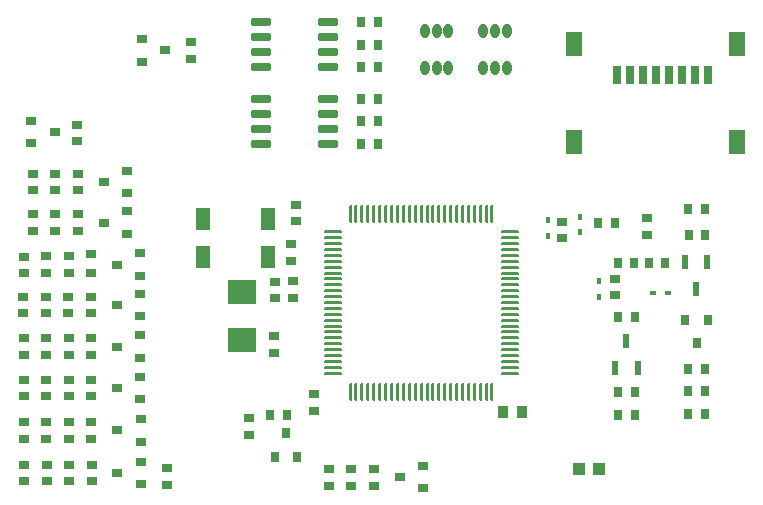
<source format=gtp>
G04*
G04 #@! TF.GenerationSoftware,Altium Limited,Altium Designer,21.8.1 (53)*
G04*
G04 Layer_Color=8421504*
%FSLAX23Y23*%
%MOIN*%
G70*
G04*
G04 #@! TF.SameCoordinates,8759A3D8-4CB3-4D4E-AE8C-DC6529DB4632*
G04*
G04*
G04 #@! TF.FilePolarity,Positive*
G04*
G01*
G75*
%ADD26R,0.035X0.039*%
%ADD27O,0.061X0.010*%
%ADD28O,0.010X0.061*%
%ADD29R,0.035X0.031*%
%ADD30R,0.039X0.039*%
%ADD31R,0.035X0.031*%
%ADD32R,0.031X0.035*%
%ADD33R,0.031X0.035*%
%ADD34R,0.031X0.059*%
%ADD35R,0.057X0.079*%
%ADD36R,0.019X0.016*%
%ADD37R,0.016X0.019*%
%ADD38R,0.024X0.045*%
%ADD39R,0.051X0.075*%
%ADD40R,0.094X0.079*%
G04:AMPARAMS|DCode=41|XSize=26mil|YSize=65mil|CornerRadius=2mil|HoleSize=0mil|Usage=FLASHONLY|Rotation=270.000|XOffset=0mil|YOffset=0mil|HoleType=Round|Shape=RoundedRectangle|*
%AMROUNDEDRECTD41*
21,1,0.026,0.061,0,0,270.0*
21,1,0.022,0.065,0,0,270.0*
1,1,0.004,-0.031,-0.011*
1,1,0.004,-0.031,0.011*
1,1,0.004,0.031,0.011*
1,1,0.004,0.031,-0.011*
%
%ADD41ROUNDEDRECTD41*%
%ADD42O,0.031X0.049*%
D26*
X2520Y3630D02*
D03*
X2458D02*
D03*
D27*
X1889Y4231D02*
D03*
Y4212D02*
D03*
Y4192D02*
D03*
Y4172D02*
D03*
Y4152D02*
D03*
Y4133D02*
D03*
Y4113D02*
D03*
Y4093D02*
D03*
Y4074D02*
D03*
Y4054D02*
D03*
Y4034D02*
D03*
Y4015D02*
D03*
Y3995D02*
D03*
Y3975D02*
D03*
Y3956D02*
D03*
Y3936D02*
D03*
Y3916D02*
D03*
Y3897D02*
D03*
Y3877D02*
D03*
Y3857D02*
D03*
Y3838D02*
D03*
Y3818D02*
D03*
Y3798D02*
D03*
Y3778D02*
D03*
Y3759D02*
D03*
X2481D02*
D03*
Y3778D02*
D03*
Y3798D02*
D03*
Y3818D02*
D03*
Y3838D02*
D03*
Y3857D02*
D03*
Y3877D02*
D03*
Y3897D02*
D03*
Y3916D02*
D03*
Y3936D02*
D03*
Y3956D02*
D03*
Y3975D02*
D03*
Y3995D02*
D03*
Y4015D02*
D03*
Y4034D02*
D03*
Y4054D02*
D03*
Y4074D02*
D03*
Y4093D02*
D03*
Y4113D02*
D03*
Y4133D02*
D03*
Y4152D02*
D03*
Y4172D02*
D03*
Y4192D02*
D03*
Y4212D02*
D03*
Y4231D02*
D03*
D28*
X1949Y3699D02*
D03*
X1968D02*
D03*
X1988D02*
D03*
X2008D02*
D03*
X2028D02*
D03*
X2047D02*
D03*
X2067D02*
D03*
X2087D02*
D03*
X2106D02*
D03*
X2126D02*
D03*
X2146D02*
D03*
X2165D02*
D03*
X2185D02*
D03*
X2205D02*
D03*
X2224D02*
D03*
X2244D02*
D03*
X2264D02*
D03*
X2283D02*
D03*
X2303D02*
D03*
X2323D02*
D03*
X2342D02*
D03*
X2362D02*
D03*
X2382D02*
D03*
X2402D02*
D03*
X2421D02*
D03*
Y4291D02*
D03*
X2402D02*
D03*
X2382D02*
D03*
X2362D02*
D03*
X2342D02*
D03*
X2323D02*
D03*
X2303D02*
D03*
X2283D02*
D03*
X2264D02*
D03*
X2244D02*
D03*
X2224D02*
D03*
X2205D02*
D03*
X2185D02*
D03*
X2165D02*
D03*
X2146D02*
D03*
X2126D02*
D03*
X2106D02*
D03*
X2087D02*
D03*
X2067D02*
D03*
X2047D02*
D03*
X2028D02*
D03*
X2008D02*
D03*
X1988D02*
D03*
X1968D02*
D03*
X1949D02*
D03*
D29*
X962Y4566D02*
D03*
X884Y4528D02*
D03*
Y4603D02*
D03*
X1331Y4837D02*
D03*
X1253Y4799D02*
D03*
Y4874D02*
D03*
X1125Y4263D02*
D03*
X1203Y4300D02*
D03*
Y4226D02*
D03*
X1248Y3812D02*
D03*
Y3887D02*
D03*
X1170Y3849D02*
D03*
X1248Y3674D02*
D03*
Y3749D02*
D03*
X1170Y3712D02*
D03*
X1249Y3391D02*
D03*
Y3465D02*
D03*
X1171Y3428D02*
D03*
X1249Y3533D02*
D03*
Y3607D02*
D03*
X1170Y3570D02*
D03*
X1248Y3951D02*
D03*
Y4026D02*
D03*
X1169Y3988D02*
D03*
X1248Y4086D02*
D03*
Y4160D02*
D03*
X1170Y4123D02*
D03*
X2191Y3377D02*
D03*
Y3451D02*
D03*
X2112Y3414D02*
D03*
X1203Y4361D02*
D03*
Y4435D02*
D03*
X1125Y4398D02*
D03*
D30*
X2711Y3442D02*
D03*
X2777D02*
D03*
D31*
X1036Y4589D02*
D03*
Y4534D02*
D03*
X1417Y4864D02*
D03*
Y4809D02*
D03*
X1611Y3554D02*
D03*
Y3610D02*
D03*
X1826Y3635D02*
D03*
Y3690D02*
D03*
X2831Y4021D02*
D03*
Y4076D02*
D03*
X2935Y4279D02*
D03*
Y4223D02*
D03*
X2654Y4211D02*
D03*
Y4266D02*
D03*
X1750Y4135D02*
D03*
Y4190D02*
D03*
X1757Y4068D02*
D03*
Y4013D02*
D03*
X1766Y4267D02*
D03*
Y4322D02*
D03*
X1695Y4066D02*
D03*
Y4010D02*
D03*
X1692Y3829D02*
D03*
Y3884D02*
D03*
X858Y3961D02*
D03*
Y4016D02*
D03*
X859Y4148D02*
D03*
Y4095D02*
D03*
X859Y3684D02*
D03*
Y3739D02*
D03*
Y3822D02*
D03*
Y3877D02*
D03*
X859Y3542D02*
D03*
Y3598D02*
D03*
X860Y3400D02*
D03*
Y3456D02*
D03*
X889Y4426D02*
D03*
Y4370D02*
D03*
X889Y4291D02*
D03*
Y4235D02*
D03*
X933Y3961D02*
D03*
Y4016D02*
D03*
X934Y4151D02*
D03*
Y4095D02*
D03*
X934Y3684D02*
D03*
Y3739D02*
D03*
Y3822D02*
D03*
Y3877D02*
D03*
X934Y3542D02*
D03*
Y3598D02*
D03*
X935Y3400D02*
D03*
Y3456D02*
D03*
X1008Y4016D02*
D03*
Y3961D02*
D03*
X1009Y3739D02*
D03*
Y3684D02*
D03*
Y3877D02*
D03*
Y3822D02*
D03*
X1009Y3598D02*
D03*
Y3542D02*
D03*
X1010Y3456D02*
D03*
Y3400D02*
D03*
X1039Y4235D02*
D03*
Y4291D02*
D03*
Y4426D02*
D03*
Y4370D02*
D03*
X1084Y4158D02*
D03*
Y4095D02*
D03*
X1335Y3445D02*
D03*
Y3389D02*
D03*
X1876Y3442D02*
D03*
Y3386D02*
D03*
X2026Y3442D02*
D03*
Y3386D02*
D03*
X964Y4235D02*
D03*
Y4291D02*
D03*
Y4426D02*
D03*
Y4370D02*
D03*
X1009Y4151D02*
D03*
Y4095D02*
D03*
X1083Y4016D02*
D03*
Y3961D02*
D03*
X1084Y3739D02*
D03*
Y3684D02*
D03*
Y3877D02*
D03*
Y3822D02*
D03*
X1084Y3598D02*
D03*
Y3542D02*
D03*
X1085Y3456D02*
D03*
Y3400D02*
D03*
X1951Y3442D02*
D03*
Y3386D02*
D03*
D32*
X1736Y3622D02*
D03*
X1681D02*
D03*
X2942Y4129D02*
D03*
X2997D02*
D03*
X2894Y4129D02*
D03*
X2839D02*
D03*
X2829Y4261D02*
D03*
X2774D02*
D03*
X1984Y4525D02*
D03*
X2040D02*
D03*
X1984Y4675D02*
D03*
X2040D02*
D03*
X1984Y4780D02*
D03*
X2040D02*
D03*
X1984Y4930D02*
D03*
X2040D02*
D03*
X2840Y3623D02*
D03*
X2896D02*
D03*
X2840Y3698D02*
D03*
X2896D02*
D03*
X2896Y3948D02*
D03*
X2840D02*
D03*
X3074Y3625D02*
D03*
X3129D02*
D03*
X3074Y3700D02*
D03*
X3129D02*
D03*
X3130Y4307D02*
D03*
X3074D02*
D03*
X3131Y4221D02*
D03*
X3075D02*
D03*
X2040Y4600D02*
D03*
X1984D02*
D03*
X2040Y4855D02*
D03*
X1984D02*
D03*
X3074Y3775D02*
D03*
X3129D02*
D03*
D33*
X1734Y3560D02*
D03*
X1771Y3482D02*
D03*
X1697D02*
D03*
X3139Y3939D02*
D03*
X3064D02*
D03*
X3102Y3861D02*
D03*
D34*
X3141Y4756D02*
D03*
X3098D02*
D03*
X3054D02*
D03*
X3011D02*
D03*
X2968D02*
D03*
X2924D02*
D03*
X2881D02*
D03*
X2838D02*
D03*
D35*
X2693Y4858D02*
D03*
X3235D02*
D03*
X2693Y4532D02*
D03*
X3235D02*
D03*
D36*
X3007Y4029D02*
D03*
X2955D02*
D03*
D37*
X2607Y4270D02*
D03*
Y4219D02*
D03*
X2777Y4068D02*
D03*
Y4016D02*
D03*
X2713Y4230D02*
D03*
Y4282D02*
D03*
D38*
X3137Y4130D02*
D03*
X3063D02*
D03*
X3100Y4042D02*
D03*
X2831Y3779D02*
D03*
X2905D02*
D03*
X2868Y3867D02*
D03*
D39*
X1672Y4275D02*
D03*
X1456D02*
D03*
X1672Y4149D02*
D03*
X1456D02*
D03*
D40*
X1586Y3872D02*
D03*
Y4030D02*
D03*
D41*
X1651Y4675D02*
D03*
Y4625D02*
D03*
Y4575D02*
D03*
Y4525D02*
D03*
X1873Y4675D02*
D03*
Y4625D02*
D03*
Y4575D02*
D03*
Y4525D02*
D03*
X1651Y4930D02*
D03*
Y4880D02*
D03*
Y4830D02*
D03*
Y4780D02*
D03*
X1873Y4930D02*
D03*
Y4880D02*
D03*
Y4830D02*
D03*
Y4780D02*
D03*
D42*
X2274Y4901D02*
D03*
X2235D02*
D03*
X2196D02*
D03*
Y4779D02*
D03*
X2235D02*
D03*
X2274D02*
D03*
X2469Y4901D02*
D03*
X2430D02*
D03*
X2391D02*
D03*
Y4779D02*
D03*
X2430D02*
D03*
X2469D02*
D03*
M02*

</source>
